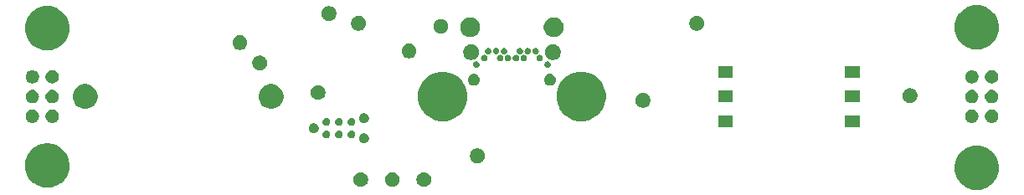
<source format=gbr>
G04 #@! TF.GenerationSoftware,KiCad,Pcbnew,(5.0.2)-1*
G04 #@! TF.CreationDate,2019-02-14T14:33:26-08:00*
G04 #@! TF.ProjectId,nixie_bottom_board,6e697869-655f-4626-9f74-746f6d5f626f,rev?*
G04 #@! TF.SameCoordinates,Original*
G04 #@! TF.FileFunction,Soldermask,Bot*
G04 #@! TF.FilePolarity,Negative*
%FSLAX46Y46*%
G04 Gerber Fmt 4.6, Leading zero omitted, Abs format (unit mm)*
G04 Created by KiCad (PCBNEW (5.0.2)-1) date 2/14/2019 2:33:26 PM*
%MOMM*%
%LPD*%
G01*
G04 APERTURE LIST*
%ADD10C,0.100000*%
G04 APERTURE END LIST*
D10*
G36*
X197366504Y-104978822D02*
X197656303Y-105036466D01*
X198065773Y-105206074D01*
X198190474Y-105289397D01*
X198433622Y-105451863D01*
X198434293Y-105452312D01*
X198747688Y-105765707D01*
X198993926Y-106134227D01*
X199163534Y-106543697D01*
X199187591Y-106664641D01*
X199250000Y-106978394D01*
X199250000Y-107421606D01*
X199232278Y-107510700D01*
X199163534Y-107856303D01*
X198993926Y-108265773D01*
X198854880Y-108473869D01*
X198747689Y-108634292D01*
X198434292Y-108947689D01*
X198365096Y-108993924D01*
X198065773Y-109193926D01*
X197656303Y-109363534D01*
X197366504Y-109421178D01*
X197221606Y-109450000D01*
X196778394Y-109450000D01*
X196633496Y-109421178D01*
X196343697Y-109363534D01*
X195934227Y-109193926D01*
X195634904Y-108993924D01*
X195565708Y-108947689D01*
X195252311Y-108634292D01*
X195145120Y-108473869D01*
X195006074Y-108265773D01*
X194836466Y-107856303D01*
X194767722Y-107510700D01*
X194750000Y-107421606D01*
X194750000Y-106978394D01*
X194812409Y-106664641D01*
X194836466Y-106543697D01*
X195006074Y-106134227D01*
X195252312Y-105765707D01*
X195565707Y-105452312D01*
X195566379Y-105451863D01*
X195809526Y-105289397D01*
X195934227Y-105206074D01*
X196343697Y-105036466D01*
X196633496Y-104978822D01*
X196778394Y-104950000D01*
X197221606Y-104950000D01*
X197366504Y-104978822D01*
X197366504Y-104978822D01*
G37*
G36*
X103366504Y-104778822D02*
X103656303Y-104836466D01*
X104065773Y-105006074D01*
X104147270Y-105060529D01*
X104434292Y-105252311D01*
X104747689Y-105565708D01*
X104752623Y-105573092D01*
X104993926Y-105934227D01*
X105163534Y-106343697D01*
X105190268Y-106478098D01*
X105250000Y-106778394D01*
X105250000Y-107221606D01*
X105232278Y-107310700D01*
X105163534Y-107656303D01*
X104993926Y-108065773D01*
X104872188Y-108247966D01*
X104747689Y-108434292D01*
X104434292Y-108747689D01*
X104322980Y-108822065D01*
X104065773Y-108993926D01*
X103656303Y-109163534D01*
X103366504Y-109221178D01*
X103221606Y-109250000D01*
X102778394Y-109250000D01*
X102633496Y-109221178D01*
X102343697Y-109163534D01*
X101934227Y-108993926D01*
X101677020Y-108822065D01*
X101565708Y-108747689D01*
X101252311Y-108434292D01*
X101127812Y-108247966D01*
X101006074Y-108065773D01*
X100836466Y-107656303D01*
X100767722Y-107310700D01*
X100750000Y-107221606D01*
X100750000Y-106778394D01*
X100809732Y-106478098D01*
X100836466Y-106343697D01*
X101006074Y-105934227D01*
X101247377Y-105573092D01*
X101252311Y-105565708D01*
X101565708Y-105252311D01*
X101852730Y-105060529D01*
X101934227Y-105006074D01*
X102343697Y-104836466D01*
X102633496Y-104778822D01*
X102778394Y-104750000D01*
X103221606Y-104750000D01*
X103366504Y-104778822D01*
X103366504Y-104778822D01*
G37*
G36*
X138118768Y-107678822D02*
X138255256Y-107735357D01*
X138378098Y-107817438D01*
X138482562Y-107921902D01*
X138564643Y-108044744D01*
X138621178Y-108181232D01*
X138650000Y-108326131D01*
X138650000Y-108473869D01*
X138621178Y-108618768D01*
X138564643Y-108755256D01*
X138482562Y-108878098D01*
X138378098Y-108982562D01*
X138255256Y-109064643D01*
X138118768Y-109121178D01*
X137973869Y-109150000D01*
X137826131Y-109150000D01*
X137681232Y-109121178D01*
X137544744Y-109064643D01*
X137421902Y-108982562D01*
X137317438Y-108878098D01*
X137235357Y-108755256D01*
X137178822Y-108618768D01*
X137150000Y-108473869D01*
X137150000Y-108326131D01*
X137178822Y-108181232D01*
X137235357Y-108044744D01*
X137317438Y-107921902D01*
X137421902Y-107817438D01*
X137544744Y-107735357D01*
X137681232Y-107678822D01*
X137826131Y-107650000D01*
X137973869Y-107650000D01*
X138118768Y-107678822D01*
X138118768Y-107678822D01*
G37*
G36*
X134918768Y-107678822D02*
X135055256Y-107735357D01*
X135178098Y-107817438D01*
X135282562Y-107921902D01*
X135364643Y-108044744D01*
X135421178Y-108181232D01*
X135450000Y-108326131D01*
X135450000Y-108473869D01*
X135421178Y-108618768D01*
X135364643Y-108755256D01*
X135282562Y-108878098D01*
X135178098Y-108982562D01*
X135055256Y-109064643D01*
X134918768Y-109121178D01*
X134773869Y-109150000D01*
X134626131Y-109150000D01*
X134481232Y-109121178D01*
X134344744Y-109064643D01*
X134221902Y-108982562D01*
X134117438Y-108878098D01*
X134035357Y-108755256D01*
X133978822Y-108618768D01*
X133950000Y-108473869D01*
X133950000Y-108326131D01*
X133978822Y-108181232D01*
X134035357Y-108044744D01*
X134117438Y-107921902D01*
X134221902Y-107817438D01*
X134344744Y-107735357D01*
X134481232Y-107678822D01*
X134626131Y-107650000D01*
X134773869Y-107650000D01*
X134918768Y-107678822D01*
X134918768Y-107678822D01*
G37*
G36*
X141318768Y-107678822D02*
X141455256Y-107735357D01*
X141578098Y-107817438D01*
X141682562Y-107921902D01*
X141764643Y-108044744D01*
X141821178Y-108181232D01*
X141850000Y-108326131D01*
X141850000Y-108473869D01*
X141821178Y-108618768D01*
X141764643Y-108755256D01*
X141682562Y-108878098D01*
X141578098Y-108982562D01*
X141455256Y-109064643D01*
X141318768Y-109121178D01*
X141173869Y-109150000D01*
X141026131Y-109150000D01*
X140881232Y-109121178D01*
X140744744Y-109064643D01*
X140621902Y-108982562D01*
X140517438Y-108878098D01*
X140435357Y-108755256D01*
X140378822Y-108618768D01*
X140350000Y-108473869D01*
X140350000Y-108326131D01*
X140378822Y-108181232D01*
X140435357Y-108044744D01*
X140517438Y-107921902D01*
X140621902Y-107817438D01*
X140744744Y-107735357D01*
X140881232Y-107678822D01*
X141026131Y-107650000D01*
X141173869Y-107650000D01*
X141318768Y-107678822D01*
X141318768Y-107678822D01*
G37*
G36*
X146718768Y-105278822D02*
X146855256Y-105335357D01*
X146978098Y-105417438D01*
X147082562Y-105521902D01*
X147164643Y-105644744D01*
X147221178Y-105781232D01*
X147250000Y-105926131D01*
X147250000Y-106073869D01*
X147221178Y-106218768D01*
X147164643Y-106355256D01*
X147109922Y-106437151D01*
X147082563Y-106478097D01*
X146978097Y-106582563D01*
X146937151Y-106609922D01*
X146855256Y-106664643D01*
X146718768Y-106721178D01*
X146573869Y-106750000D01*
X146426131Y-106750000D01*
X146281232Y-106721178D01*
X146144744Y-106664643D01*
X146062849Y-106609922D01*
X146021903Y-106582563D01*
X145917437Y-106478097D01*
X145890078Y-106437151D01*
X145835357Y-106355256D01*
X145778822Y-106218768D01*
X145750000Y-106073869D01*
X145750000Y-105926131D01*
X145778822Y-105781232D01*
X145835357Y-105644744D01*
X145917438Y-105521902D01*
X146021902Y-105417438D01*
X146144744Y-105335357D01*
X146281232Y-105278822D01*
X146426131Y-105250000D01*
X146573869Y-105250000D01*
X146718768Y-105278822D01*
X146718768Y-105278822D01*
G37*
G36*
X135184474Y-103739734D02*
X135274613Y-103777070D01*
X135355736Y-103831275D01*
X135424725Y-103900264D01*
X135478930Y-103981387D01*
X135516266Y-104071526D01*
X135535300Y-104167217D01*
X135535300Y-104264783D01*
X135516266Y-104360474D01*
X135478930Y-104450613D01*
X135424725Y-104531736D01*
X135355736Y-104600725D01*
X135274613Y-104654930D01*
X135184474Y-104692266D01*
X135088783Y-104711300D01*
X134991217Y-104711300D01*
X134895526Y-104692266D01*
X134805387Y-104654930D01*
X134724264Y-104600725D01*
X134655275Y-104531736D01*
X134601070Y-104450613D01*
X134563734Y-104360474D01*
X134544700Y-104264783D01*
X134544700Y-104167217D01*
X134563734Y-104071526D01*
X134601070Y-103981387D01*
X134655275Y-103900264D01*
X134724264Y-103831275D01*
X134805387Y-103777070D01*
X134895526Y-103739734D01*
X134991217Y-103720700D01*
X135088783Y-103720700D01*
X135184474Y-103739734D01*
X135184474Y-103739734D01*
G37*
G36*
X131294130Y-103446343D02*
X131344840Y-103456430D01*
X131416485Y-103486106D01*
X131459475Y-103514831D01*
X131480969Y-103529193D01*
X131535807Y-103584031D01*
X131550169Y-103605525D01*
X131578894Y-103648515D01*
X131608570Y-103720160D01*
X131623700Y-103796225D01*
X131623700Y-103873775D01*
X131608570Y-103949840D01*
X131578894Y-104021485D01*
X131535806Y-104085970D01*
X131480970Y-104140806D01*
X131416485Y-104183894D01*
X131344840Y-104213570D01*
X131294130Y-104223657D01*
X131268776Y-104228700D01*
X131191224Y-104228700D01*
X131165870Y-104223657D01*
X131115160Y-104213570D01*
X131043515Y-104183894D01*
X130979030Y-104140806D01*
X130924194Y-104085970D01*
X130881106Y-104021485D01*
X130851430Y-103949840D01*
X130836300Y-103873775D01*
X130836300Y-103796225D01*
X130851430Y-103720160D01*
X130881106Y-103648515D01*
X130909831Y-103605525D01*
X130924193Y-103584031D01*
X130979031Y-103529193D01*
X131000525Y-103514831D01*
X131043515Y-103486106D01*
X131115160Y-103456430D01*
X131165870Y-103446343D01*
X131191224Y-103441300D01*
X131268776Y-103441300D01*
X131294130Y-103446343D01*
X131294130Y-103446343D01*
G37*
G36*
X132564130Y-103446343D02*
X132614840Y-103456430D01*
X132686485Y-103486106D01*
X132729475Y-103514831D01*
X132750969Y-103529193D01*
X132805807Y-103584031D01*
X132820169Y-103605525D01*
X132848894Y-103648515D01*
X132878570Y-103720160D01*
X132893700Y-103796225D01*
X132893700Y-103873775D01*
X132878570Y-103949840D01*
X132848894Y-104021485D01*
X132805806Y-104085970D01*
X132750970Y-104140806D01*
X132686485Y-104183894D01*
X132614840Y-104213570D01*
X132564130Y-104223657D01*
X132538776Y-104228700D01*
X132461224Y-104228700D01*
X132435870Y-104223657D01*
X132385160Y-104213570D01*
X132313515Y-104183894D01*
X132249030Y-104140806D01*
X132194194Y-104085970D01*
X132151106Y-104021485D01*
X132121430Y-103949840D01*
X132106300Y-103873775D01*
X132106300Y-103796225D01*
X132121430Y-103720160D01*
X132151106Y-103648515D01*
X132179831Y-103605525D01*
X132194193Y-103584031D01*
X132249031Y-103529193D01*
X132270525Y-103514831D01*
X132313515Y-103486106D01*
X132385160Y-103456430D01*
X132435870Y-103446343D01*
X132461224Y-103441300D01*
X132538776Y-103441300D01*
X132564130Y-103446343D01*
X132564130Y-103446343D01*
G37*
G36*
X133834130Y-103446343D02*
X133884840Y-103456430D01*
X133956485Y-103486106D01*
X133999475Y-103514831D01*
X134020969Y-103529193D01*
X134075807Y-103584031D01*
X134090169Y-103605525D01*
X134118894Y-103648515D01*
X134148570Y-103720160D01*
X134163700Y-103796225D01*
X134163700Y-103873775D01*
X134148570Y-103949840D01*
X134118894Y-104021485D01*
X134075806Y-104085970D01*
X134020970Y-104140806D01*
X133956485Y-104183894D01*
X133884840Y-104213570D01*
X133834130Y-104223657D01*
X133808776Y-104228700D01*
X133731224Y-104228700D01*
X133705870Y-104223657D01*
X133655160Y-104213570D01*
X133583515Y-104183894D01*
X133519030Y-104140806D01*
X133464194Y-104085970D01*
X133421106Y-104021485D01*
X133391430Y-103949840D01*
X133376300Y-103873775D01*
X133376300Y-103796225D01*
X133391430Y-103720160D01*
X133421106Y-103648515D01*
X133449831Y-103605525D01*
X133464193Y-103584031D01*
X133519031Y-103529193D01*
X133540525Y-103514831D01*
X133583515Y-103486106D01*
X133655160Y-103456430D01*
X133705870Y-103446343D01*
X133731224Y-103441300D01*
X133808776Y-103441300D01*
X133834130Y-103446343D01*
X133834130Y-103446343D01*
G37*
G36*
X130104474Y-102723734D02*
X130194613Y-102761070D01*
X130275736Y-102815275D01*
X130344725Y-102884264D01*
X130398930Y-102965387D01*
X130436266Y-103055526D01*
X130455300Y-103151217D01*
X130455300Y-103248783D01*
X130436266Y-103344474D01*
X130398930Y-103434613D01*
X130344725Y-103515736D01*
X130275736Y-103584725D01*
X130194613Y-103638930D01*
X130104474Y-103676266D01*
X130008783Y-103695300D01*
X129911217Y-103695300D01*
X129815526Y-103676266D01*
X129725387Y-103638930D01*
X129644264Y-103584725D01*
X129575275Y-103515736D01*
X129521070Y-103434613D01*
X129483734Y-103344474D01*
X129464700Y-103248783D01*
X129464700Y-103151217D01*
X129483734Y-103055526D01*
X129521070Y-102965387D01*
X129575275Y-102884264D01*
X129644264Y-102815275D01*
X129725387Y-102761070D01*
X129815526Y-102723734D01*
X129911217Y-102704700D01*
X130008783Y-102704700D01*
X130104474Y-102723734D01*
X130104474Y-102723734D01*
G37*
G36*
X185150000Y-103085000D02*
X183650000Y-103085000D01*
X183650000Y-101915000D01*
X185150000Y-101915000D01*
X185150000Y-103085000D01*
X185150000Y-103085000D01*
G37*
G36*
X172350000Y-103085000D02*
X170850000Y-103085000D01*
X170850000Y-101915000D01*
X172350000Y-101915000D01*
X172350000Y-103085000D01*
X172350000Y-103085000D01*
G37*
G36*
X133834130Y-102176343D02*
X133884840Y-102186430D01*
X133956485Y-102216106D01*
X134020970Y-102259194D01*
X134075806Y-102314030D01*
X134118894Y-102378515D01*
X134148570Y-102450160D01*
X134163700Y-102526225D01*
X134163700Y-102603775D01*
X134148570Y-102679840D01*
X134118894Y-102751485D01*
X134112489Y-102761070D01*
X134076271Y-102815275D01*
X134075806Y-102815970D01*
X134020970Y-102870806D01*
X133956485Y-102913894D01*
X133884840Y-102943570D01*
X133834130Y-102953657D01*
X133808776Y-102958700D01*
X133731224Y-102958700D01*
X133705870Y-102953657D01*
X133655160Y-102943570D01*
X133583515Y-102913894D01*
X133519030Y-102870806D01*
X133464194Y-102815970D01*
X133463730Y-102815275D01*
X133427511Y-102761070D01*
X133421106Y-102751485D01*
X133391430Y-102679840D01*
X133376300Y-102603775D01*
X133376300Y-102526225D01*
X133391430Y-102450160D01*
X133421106Y-102378515D01*
X133464194Y-102314030D01*
X133519030Y-102259194D01*
X133583515Y-102216106D01*
X133655160Y-102186430D01*
X133705870Y-102176343D01*
X133731224Y-102171300D01*
X133808776Y-102171300D01*
X133834130Y-102176343D01*
X133834130Y-102176343D01*
G37*
G36*
X132564130Y-102176343D02*
X132614840Y-102186430D01*
X132686485Y-102216106D01*
X132750970Y-102259194D01*
X132805806Y-102314030D01*
X132848894Y-102378515D01*
X132878570Y-102450160D01*
X132893700Y-102526225D01*
X132893700Y-102603775D01*
X132878570Y-102679840D01*
X132848894Y-102751485D01*
X132842489Y-102761070D01*
X132806271Y-102815275D01*
X132805806Y-102815970D01*
X132750970Y-102870806D01*
X132686485Y-102913894D01*
X132614840Y-102943570D01*
X132564130Y-102953657D01*
X132538776Y-102958700D01*
X132461224Y-102958700D01*
X132435870Y-102953657D01*
X132385160Y-102943570D01*
X132313515Y-102913894D01*
X132249030Y-102870806D01*
X132194194Y-102815970D01*
X132193730Y-102815275D01*
X132157511Y-102761070D01*
X132151106Y-102751485D01*
X132121430Y-102679840D01*
X132106300Y-102603775D01*
X132106300Y-102526225D01*
X132121430Y-102450160D01*
X132151106Y-102378515D01*
X132194194Y-102314030D01*
X132249030Y-102259194D01*
X132313515Y-102216106D01*
X132385160Y-102186430D01*
X132435870Y-102176343D01*
X132461224Y-102171300D01*
X132538776Y-102171300D01*
X132564130Y-102176343D01*
X132564130Y-102176343D01*
G37*
G36*
X131294130Y-102176343D02*
X131344840Y-102186430D01*
X131416485Y-102216106D01*
X131480970Y-102259194D01*
X131535806Y-102314030D01*
X131578894Y-102378515D01*
X131608570Y-102450160D01*
X131623700Y-102526225D01*
X131623700Y-102603775D01*
X131608570Y-102679840D01*
X131578894Y-102751485D01*
X131572489Y-102761070D01*
X131536271Y-102815275D01*
X131535806Y-102815970D01*
X131480970Y-102870806D01*
X131416485Y-102913894D01*
X131344840Y-102943570D01*
X131294130Y-102953657D01*
X131268776Y-102958700D01*
X131191224Y-102958700D01*
X131165870Y-102953657D01*
X131115160Y-102943570D01*
X131043515Y-102913894D01*
X130979030Y-102870806D01*
X130924194Y-102815970D01*
X130923730Y-102815275D01*
X130887511Y-102761070D01*
X130881106Y-102751485D01*
X130851430Y-102679840D01*
X130836300Y-102603775D01*
X130836300Y-102526225D01*
X130851430Y-102450160D01*
X130881106Y-102378515D01*
X130924194Y-102314030D01*
X130979030Y-102259194D01*
X131043515Y-102216106D01*
X131115160Y-102186430D01*
X131165870Y-102176343D01*
X131191224Y-102171300D01*
X131268776Y-102171300D01*
X131294130Y-102176343D01*
X131294130Y-102176343D01*
G37*
G36*
X135184474Y-101707734D02*
X135274613Y-101745070D01*
X135355736Y-101799275D01*
X135424725Y-101868264D01*
X135478930Y-101949387D01*
X135516266Y-102039526D01*
X135535300Y-102135217D01*
X135535300Y-102232783D01*
X135516266Y-102328474D01*
X135478930Y-102418613D01*
X135424725Y-102499736D01*
X135355736Y-102568725D01*
X135274613Y-102622930D01*
X135184474Y-102660266D01*
X135088783Y-102679300D01*
X134991217Y-102679300D01*
X134895526Y-102660266D01*
X134805387Y-102622930D01*
X134724264Y-102568725D01*
X134655275Y-102499736D01*
X134601070Y-102418613D01*
X134563734Y-102328474D01*
X134544700Y-102232783D01*
X134544700Y-102135217D01*
X134563734Y-102039526D01*
X134601070Y-101949387D01*
X134655275Y-101868264D01*
X134724264Y-101799275D01*
X134805387Y-101745070D01*
X134895526Y-101707734D01*
X134991217Y-101688700D01*
X135088783Y-101688700D01*
X135184474Y-101707734D01*
X135184474Y-101707734D01*
G37*
G36*
X101632323Y-101334767D02*
X101759561Y-101373364D01*
X101876824Y-101436042D01*
X101979606Y-101520394D01*
X102063958Y-101623176D01*
X102126636Y-101740439D01*
X102165233Y-101867677D01*
X102178266Y-102000000D01*
X102165233Y-102132323D01*
X102126636Y-102259561D01*
X102063958Y-102376824D01*
X101979606Y-102479606D01*
X101876824Y-102563958D01*
X101759561Y-102626636D01*
X101632323Y-102665233D01*
X101533159Y-102675000D01*
X101466841Y-102675000D01*
X101367677Y-102665233D01*
X101240439Y-102626636D01*
X101123176Y-102563958D01*
X101020394Y-102479606D01*
X100936042Y-102376824D01*
X100873364Y-102259561D01*
X100834767Y-102132323D01*
X100821734Y-102000000D01*
X100834767Y-101867677D01*
X100873364Y-101740439D01*
X100936042Y-101623176D01*
X101020394Y-101520394D01*
X101123176Y-101436042D01*
X101240439Y-101373364D01*
X101367677Y-101334767D01*
X101466841Y-101325000D01*
X101533159Y-101325000D01*
X101632323Y-101334767D01*
X101632323Y-101334767D01*
G37*
G36*
X198632323Y-101334767D02*
X198759561Y-101373364D01*
X198876824Y-101436042D01*
X198979606Y-101520394D01*
X199063958Y-101623176D01*
X199126636Y-101740439D01*
X199165233Y-101867677D01*
X199178266Y-102000000D01*
X199165233Y-102132323D01*
X199126636Y-102259561D01*
X199063958Y-102376824D01*
X198979606Y-102479606D01*
X198876824Y-102563958D01*
X198759561Y-102626636D01*
X198632323Y-102665233D01*
X198533159Y-102675000D01*
X198466841Y-102675000D01*
X198367677Y-102665233D01*
X198240439Y-102626636D01*
X198123176Y-102563958D01*
X198020394Y-102479606D01*
X197936042Y-102376824D01*
X197873364Y-102259561D01*
X197834767Y-102132323D01*
X197821734Y-102000000D01*
X197834767Y-101867677D01*
X197873364Y-101740439D01*
X197936042Y-101623176D01*
X198020394Y-101520394D01*
X198123176Y-101436042D01*
X198240439Y-101373364D01*
X198367677Y-101334767D01*
X198466841Y-101325000D01*
X198533159Y-101325000D01*
X198632323Y-101334767D01*
X198632323Y-101334767D01*
G37*
G36*
X196632323Y-101334767D02*
X196759561Y-101373364D01*
X196876824Y-101436042D01*
X196979606Y-101520394D01*
X197063958Y-101623176D01*
X197126636Y-101740439D01*
X197165233Y-101867677D01*
X197178266Y-102000000D01*
X197165233Y-102132323D01*
X197126636Y-102259561D01*
X197063958Y-102376824D01*
X196979606Y-102479606D01*
X196876824Y-102563958D01*
X196759561Y-102626636D01*
X196632323Y-102665233D01*
X196533159Y-102675000D01*
X196466841Y-102675000D01*
X196367677Y-102665233D01*
X196240439Y-102626636D01*
X196123176Y-102563958D01*
X196020394Y-102479606D01*
X195936042Y-102376824D01*
X195873364Y-102259561D01*
X195834767Y-102132323D01*
X195821734Y-102000000D01*
X195834767Y-101867677D01*
X195873364Y-101740439D01*
X195936042Y-101623176D01*
X196020394Y-101520394D01*
X196123176Y-101436042D01*
X196240439Y-101373364D01*
X196367677Y-101334767D01*
X196466841Y-101325000D01*
X196533159Y-101325000D01*
X196632323Y-101334767D01*
X196632323Y-101334767D01*
G37*
G36*
X103632323Y-101334767D02*
X103759561Y-101373364D01*
X103876824Y-101436042D01*
X103979606Y-101520394D01*
X104063958Y-101623176D01*
X104126636Y-101740439D01*
X104165233Y-101867677D01*
X104178266Y-102000000D01*
X104165233Y-102132323D01*
X104126636Y-102259561D01*
X104063958Y-102376824D01*
X103979606Y-102479606D01*
X103876824Y-102563958D01*
X103759561Y-102626636D01*
X103632323Y-102665233D01*
X103533159Y-102675000D01*
X103466841Y-102675000D01*
X103367677Y-102665233D01*
X103240439Y-102626636D01*
X103123176Y-102563958D01*
X103020394Y-102479606D01*
X102936042Y-102376824D01*
X102873364Y-102259561D01*
X102834767Y-102132323D01*
X102821734Y-102000000D01*
X102834767Y-101867677D01*
X102873364Y-101740439D01*
X102936042Y-101623176D01*
X103020394Y-101520394D01*
X103123176Y-101436042D01*
X103240439Y-101373364D01*
X103367677Y-101334767D01*
X103466841Y-101325000D01*
X103533159Y-101325000D01*
X103632323Y-101334767D01*
X103632323Y-101334767D01*
G37*
G36*
X143729225Y-97596074D02*
X144184192Y-97784528D01*
X144184194Y-97784529D01*
X144308638Y-97867680D01*
X144593658Y-98058124D01*
X144941876Y-98406342D01*
X145094512Y-98634778D01*
X145198797Y-98790851D01*
X145215472Y-98815808D01*
X145403926Y-99270775D01*
X145500000Y-99753772D01*
X145500000Y-100246228D01*
X145403926Y-100729225D01*
X145241573Y-101121178D01*
X145215471Y-101184194D01*
X145171501Y-101250000D01*
X144941876Y-101593658D01*
X144593658Y-101941876D01*
X144447514Y-102039526D01*
X144184194Y-102215471D01*
X144184193Y-102215472D01*
X144184192Y-102215472D01*
X143729225Y-102403926D01*
X143246228Y-102500000D01*
X142753772Y-102500000D01*
X142270775Y-102403926D01*
X141815808Y-102215472D01*
X141815807Y-102215472D01*
X141815806Y-102215471D01*
X141552486Y-102039526D01*
X141406342Y-101941876D01*
X141058124Y-101593658D01*
X140828499Y-101250000D01*
X140784529Y-101184194D01*
X140758427Y-101121178D01*
X140596074Y-100729225D01*
X140500000Y-100246228D01*
X140500000Y-99753772D01*
X140596074Y-99270775D01*
X140784528Y-98815808D01*
X140801204Y-98790851D01*
X140905488Y-98634778D01*
X141058124Y-98406342D01*
X141406342Y-98058124D01*
X141691362Y-97867680D01*
X141815806Y-97784529D01*
X141815808Y-97784528D01*
X142270775Y-97596074D01*
X142753772Y-97500000D01*
X143246228Y-97500000D01*
X143729225Y-97596074D01*
X143729225Y-97596074D01*
G37*
G36*
X157729225Y-97596074D02*
X158184192Y-97784528D01*
X158184194Y-97784529D01*
X158308638Y-97867680D01*
X158593658Y-98058124D01*
X158941876Y-98406342D01*
X159094512Y-98634778D01*
X159198797Y-98790851D01*
X159215472Y-98815808D01*
X159403926Y-99270775D01*
X159500000Y-99753772D01*
X159500000Y-100246228D01*
X159403926Y-100729225D01*
X159241573Y-101121178D01*
X159215471Y-101184194D01*
X159171501Y-101250000D01*
X158941876Y-101593658D01*
X158593658Y-101941876D01*
X158447514Y-102039526D01*
X158184194Y-102215471D01*
X158184193Y-102215472D01*
X158184192Y-102215472D01*
X157729225Y-102403926D01*
X157246228Y-102500000D01*
X156753772Y-102500000D01*
X156270775Y-102403926D01*
X155815808Y-102215472D01*
X155815807Y-102215472D01*
X155815806Y-102215471D01*
X155552486Y-102039526D01*
X155406342Y-101941876D01*
X155058124Y-101593658D01*
X154828499Y-101250000D01*
X154784529Y-101184194D01*
X154758427Y-101121178D01*
X154596074Y-100729225D01*
X154500000Y-100246228D01*
X154500000Y-99753772D01*
X154596074Y-99270775D01*
X154784528Y-98815808D01*
X154801204Y-98790851D01*
X154905488Y-98634778D01*
X155058124Y-98406342D01*
X155406342Y-98058124D01*
X155691362Y-97867680D01*
X155815806Y-97784529D01*
X155815808Y-97784528D01*
X156270775Y-97596074D01*
X156753772Y-97500000D01*
X157246228Y-97500000D01*
X157729225Y-97596074D01*
X157729225Y-97596074D01*
G37*
G36*
X126014613Y-98798037D02*
X126242095Y-98892263D01*
X126446830Y-99029063D01*
X126620937Y-99203170D01*
X126757737Y-99407905D01*
X126851963Y-99635387D01*
X126900000Y-99876886D01*
X126900000Y-100123114D01*
X126851963Y-100364613D01*
X126757737Y-100592095D01*
X126620937Y-100796830D01*
X126446830Y-100970937D01*
X126242095Y-101107737D01*
X126014613Y-101201963D01*
X125773114Y-101250000D01*
X125526886Y-101250000D01*
X125285387Y-101201963D01*
X125057905Y-101107737D01*
X124853170Y-100970937D01*
X124679063Y-100796830D01*
X124542263Y-100592095D01*
X124448037Y-100364613D01*
X124400000Y-100123114D01*
X124400000Y-99876886D01*
X124448037Y-99635387D01*
X124542263Y-99407905D01*
X124679063Y-99203170D01*
X124853170Y-99029063D01*
X125057905Y-98892263D01*
X125285387Y-98798037D01*
X125526886Y-98750000D01*
X125773114Y-98750000D01*
X126014613Y-98798037D01*
X126014613Y-98798037D01*
G37*
G36*
X107214613Y-98798037D02*
X107442095Y-98892263D01*
X107646830Y-99029063D01*
X107820937Y-99203170D01*
X107957737Y-99407905D01*
X108051963Y-99635387D01*
X108100000Y-99876886D01*
X108100000Y-100123114D01*
X108051963Y-100364613D01*
X107957737Y-100592095D01*
X107820937Y-100796830D01*
X107646830Y-100970937D01*
X107442095Y-101107737D01*
X107214613Y-101201963D01*
X106973114Y-101250000D01*
X106726886Y-101250000D01*
X106485387Y-101201963D01*
X106257905Y-101107737D01*
X106053170Y-100970937D01*
X105879063Y-100796830D01*
X105742263Y-100592095D01*
X105648037Y-100364613D01*
X105600000Y-100123114D01*
X105600000Y-99876886D01*
X105648037Y-99635387D01*
X105742263Y-99407905D01*
X105879063Y-99203170D01*
X106053170Y-99029063D01*
X106257905Y-98892263D01*
X106485387Y-98798037D01*
X106726886Y-98750000D01*
X106973114Y-98750000D01*
X107214613Y-98798037D01*
X107214613Y-98798037D01*
G37*
G36*
X163468768Y-99678822D02*
X163605256Y-99735357D01*
X163728098Y-99817438D01*
X163832562Y-99921902D01*
X163914643Y-100044744D01*
X163971178Y-100181232D01*
X164000000Y-100326131D01*
X164000000Y-100473869D01*
X163971178Y-100618768D01*
X163914643Y-100755256D01*
X163832562Y-100878098D01*
X163728098Y-100982562D01*
X163605256Y-101064643D01*
X163468768Y-101121178D01*
X163323869Y-101150000D01*
X163176131Y-101150000D01*
X163031232Y-101121178D01*
X162894744Y-101064643D01*
X162771902Y-100982562D01*
X162667438Y-100878098D01*
X162585357Y-100755256D01*
X162528822Y-100618768D01*
X162500000Y-100473869D01*
X162500000Y-100326131D01*
X162528822Y-100181232D01*
X162585357Y-100044744D01*
X162667438Y-99921902D01*
X162771902Y-99817438D01*
X162894744Y-99735357D01*
X163031232Y-99678822D01*
X163176131Y-99650000D01*
X163323869Y-99650000D01*
X163468768Y-99678822D01*
X163468768Y-99678822D01*
G37*
G36*
X103632323Y-99334767D02*
X103759561Y-99373364D01*
X103876824Y-99436042D01*
X103979606Y-99520394D01*
X104063958Y-99623176D01*
X104126636Y-99740439D01*
X104165233Y-99867677D01*
X104178266Y-100000000D01*
X104165233Y-100132323D01*
X104126636Y-100259561D01*
X104063958Y-100376824D01*
X103979606Y-100479606D01*
X103876824Y-100563958D01*
X103759561Y-100626636D01*
X103632323Y-100665233D01*
X103533159Y-100675000D01*
X103466841Y-100675000D01*
X103367677Y-100665233D01*
X103240439Y-100626636D01*
X103123176Y-100563958D01*
X103020394Y-100479606D01*
X102936042Y-100376824D01*
X102873364Y-100259561D01*
X102834767Y-100132323D01*
X102821734Y-100000000D01*
X102834767Y-99867677D01*
X102873364Y-99740439D01*
X102936042Y-99623176D01*
X103020394Y-99520394D01*
X103123176Y-99436042D01*
X103240439Y-99373364D01*
X103367677Y-99334767D01*
X103466841Y-99325000D01*
X103533159Y-99325000D01*
X103632323Y-99334767D01*
X103632323Y-99334767D01*
G37*
G36*
X196632323Y-99334767D02*
X196759561Y-99373364D01*
X196876824Y-99436042D01*
X196979606Y-99520394D01*
X197063958Y-99623176D01*
X197126636Y-99740439D01*
X197165233Y-99867677D01*
X197178266Y-100000000D01*
X197165233Y-100132323D01*
X197126636Y-100259561D01*
X197063958Y-100376824D01*
X196979606Y-100479606D01*
X196876824Y-100563958D01*
X196759561Y-100626636D01*
X196632323Y-100665233D01*
X196533159Y-100675000D01*
X196466841Y-100675000D01*
X196367677Y-100665233D01*
X196240439Y-100626636D01*
X196123176Y-100563958D01*
X196020394Y-100479606D01*
X195936042Y-100376824D01*
X195873364Y-100259561D01*
X195834767Y-100132323D01*
X195821734Y-100000000D01*
X195834767Y-99867677D01*
X195873364Y-99740439D01*
X195936042Y-99623176D01*
X196020394Y-99520394D01*
X196123176Y-99436042D01*
X196240439Y-99373364D01*
X196367677Y-99334767D01*
X196466841Y-99325000D01*
X196533159Y-99325000D01*
X196632323Y-99334767D01*
X196632323Y-99334767D01*
G37*
G36*
X198632323Y-99334767D02*
X198759561Y-99373364D01*
X198876824Y-99436042D01*
X198979606Y-99520394D01*
X199063958Y-99623176D01*
X199126636Y-99740439D01*
X199165233Y-99867677D01*
X199178266Y-100000000D01*
X199165233Y-100132323D01*
X199126636Y-100259561D01*
X199063958Y-100376824D01*
X198979606Y-100479606D01*
X198876824Y-100563958D01*
X198759561Y-100626636D01*
X198632323Y-100665233D01*
X198533159Y-100675000D01*
X198466841Y-100675000D01*
X198367677Y-100665233D01*
X198240439Y-100626636D01*
X198123176Y-100563958D01*
X198020394Y-100479606D01*
X197936042Y-100376824D01*
X197873364Y-100259561D01*
X197834767Y-100132323D01*
X197821734Y-100000000D01*
X197834767Y-99867677D01*
X197873364Y-99740439D01*
X197936042Y-99623176D01*
X198020394Y-99520394D01*
X198123176Y-99436042D01*
X198240439Y-99373364D01*
X198367677Y-99334767D01*
X198466841Y-99325000D01*
X198533159Y-99325000D01*
X198632323Y-99334767D01*
X198632323Y-99334767D01*
G37*
G36*
X101632323Y-99334767D02*
X101759561Y-99373364D01*
X101876824Y-99436042D01*
X101979606Y-99520394D01*
X102063958Y-99623176D01*
X102126636Y-99740439D01*
X102165233Y-99867677D01*
X102178266Y-100000000D01*
X102165233Y-100132323D01*
X102126636Y-100259561D01*
X102063958Y-100376824D01*
X101979606Y-100479606D01*
X101876824Y-100563958D01*
X101759561Y-100626636D01*
X101632323Y-100665233D01*
X101533159Y-100675000D01*
X101466841Y-100675000D01*
X101367677Y-100665233D01*
X101240439Y-100626636D01*
X101123176Y-100563958D01*
X101020394Y-100479606D01*
X100936042Y-100376824D01*
X100873364Y-100259561D01*
X100834767Y-100132323D01*
X100821734Y-100000000D01*
X100834767Y-99867677D01*
X100873364Y-99740439D01*
X100936042Y-99623176D01*
X101020394Y-99520394D01*
X101123176Y-99436042D01*
X101240439Y-99373364D01*
X101367677Y-99334767D01*
X101466841Y-99325000D01*
X101533159Y-99325000D01*
X101632323Y-99334767D01*
X101632323Y-99334767D01*
G37*
G36*
X190468768Y-99178822D02*
X190605256Y-99235357D01*
X190658262Y-99270775D01*
X190728097Y-99317437D01*
X190832563Y-99421903D01*
X190859922Y-99462849D01*
X190914643Y-99544744D01*
X190971178Y-99681232D01*
X191000000Y-99826131D01*
X191000000Y-99973869D01*
X190971178Y-100118768D01*
X190914643Y-100255256D01*
X190877596Y-100310700D01*
X190833414Y-100376824D01*
X190832562Y-100378098D01*
X190728098Y-100482562D01*
X190605256Y-100564643D01*
X190468768Y-100621178D01*
X190323869Y-100650000D01*
X190176131Y-100650000D01*
X190031232Y-100621178D01*
X189894744Y-100564643D01*
X189771902Y-100482562D01*
X189667438Y-100378098D01*
X189666587Y-100376824D01*
X189622404Y-100310700D01*
X189585357Y-100255256D01*
X189528822Y-100118768D01*
X189500000Y-99973869D01*
X189500000Y-99826131D01*
X189528822Y-99681232D01*
X189585357Y-99544744D01*
X189640078Y-99462849D01*
X189667437Y-99421903D01*
X189771903Y-99317437D01*
X189841738Y-99270775D01*
X189894744Y-99235357D01*
X190031232Y-99178822D01*
X190176131Y-99150000D01*
X190323869Y-99150000D01*
X190468768Y-99178822D01*
X190468768Y-99178822D01*
G37*
G36*
X185150000Y-100585000D02*
X183650000Y-100585000D01*
X183650000Y-99415000D01*
X185150000Y-99415000D01*
X185150000Y-100585000D01*
X185150000Y-100585000D01*
G37*
G36*
X172350000Y-100585000D02*
X170850000Y-100585000D01*
X170850000Y-99415000D01*
X172350000Y-99415000D01*
X172350000Y-100585000D01*
X172350000Y-100585000D01*
G37*
G36*
X130618768Y-98878822D02*
X130755256Y-98935357D01*
X130878098Y-99017438D01*
X130982562Y-99121902D01*
X131064643Y-99244744D01*
X131121178Y-99381232D01*
X131150000Y-99526131D01*
X131150000Y-99673869D01*
X131121178Y-99818768D01*
X131064643Y-99955256D01*
X130982562Y-100078098D01*
X130878098Y-100182562D01*
X130755256Y-100264643D01*
X130618768Y-100321178D01*
X130473869Y-100350000D01*
X130326131Y-100350000D01*
X130181232Y-100321178D01*
X130044744Y-100264643D01*
X129921902Y-100182562D01*
X129817438Y-100078098D01*
X129735357Y-99955256D01*
X129678822Y-99818768D01*
X129650000Y-99673869D01*
X129650000Y-99526131D01*
X129678822Y-99381232D01*
X129735357Y-99244744D01*
X129817438Y-99121902D01*
X129921902Y-99017438D01*
X130044744Y-98935357D01*
X130181232Y-98878822D01*
X130326131Y-98850000D01*
X130473869Y-98850000D01*
X130618768Y-98878822D01*
X130618768Y-98878822D01*
G37*
G36*
X153962054Y-97721529D02*
X154020015Y-97733058D01*
X154129204Y-97778285D01*
X154129207Y-97778287D01*
X154227478Y-97843950D01*
X154311050Y-97927522D01*
X154376713Y-98025793D01*
X154376715Y-98025796D01*
X154420838Y-98132320D01*
X154421942Y-98134986D01*
X154445000Y-98250905D01*
X154445000Y-98369095D01*
X154443462Y-98376825D01*
X154421942Y-98485015D01*
X154376715Y-98594204D01*
X154376713Y-98594207D01*
X154311050Y-98692478D01*
X154227478Y-98776050D01*
X154194572Y-98798037D01*
X154129204Y-98841715D01*
X154020015Y-98886942D01*
X153993264Y-98892263D01*
X153904095Y-98910000D01*
X153785905Y-98910000D01*
X153696736Y-98892263D01*
X153669985Y-98886942D01*
X153560796Y-98841715D01*
X153495428Y-98798037D01*
X153462522Y-98776050D01*
X153378950Y-98692478D01*
X153313287Y-98594207D01*
X153313285Y-98594204D01*
X153268058Y-98485015D01*
X153246538Y-98376825D01*
X153245000Y-98369095D01*
X153245000Y-98250905D01*
X153268058Y-98134986D01*
X153269162Y-98132320D01*
X153313285Y-98025796D01*
X153313287Y-98025793D01*
X153378950Y-97927522D01*
X153462522Y-97843950D01*
X153560793Y-97778287D01*
X153560796Y-97778285D01*
X153669985Y-97733058D01*
X153727946Y-97721529D01*
X153785905Y-97710000D01*
X153904095Y-97710000D01*
X153962054Y-97721529D01*
X153962054Y-97721529D01*
G37*
G36*
X146272054Y-97721529D02*
X146330015Y-97733058D01*
X146439204Y-97778285D01*
X146439207Y-97778287D01*
X146537478Y-97843950D01*
X146621050Y-97927522D01*
X146686713Y-98025793D01*
X146686715Y-98025796D01*
X146730838Y-98132320D01*
X146731942Y-98134986D01*
X146755000Y-98250905D01*
X146755000Y-98369095D01*
X146753462Y-98376825D01*
X146731942Y-98485015D01*
X146686715Y-98594204D01*
X146686713Y-98594207D01*
X146621050Y-98692478D01*
X146537478Y-98776050D01*
X146504572Y-98798037D01*
X146439204Y-98841715D01*
X146330015Y-98886942D01*
X146303264Y-98892263D01*
X146214095Y-98910000D01*
X146095905Y-98910000D01*
X146006736Y-98892263D01*
X145979985Y-98886942D01*
X145870796Y-98841715D01*
X145805428Y-98798037D01*
X145772522Y-98776050D01*
X145688950Y-98692478D01*
X145623287Y-98594207D01*
X145623285Y-98594204D01*
X145578058Y-98485015D01*
X145556538Y-98376825D01*
X145555000Y-98369095D01*
X145555000Y-98250905D01*
X145578058Y-98134986D01*
X145579162Y-98132320D01*
X145623285Y-98025796D01*
X145623287Y-98025793D01*
X145688950Y-97927522D01*
X145772522Y-97843950D01*
X145870793Y-97778287D01*
X145870796Y-97778285D01*
X145979985Y-97733058D01*
X146037946Y-97721529D01*
X146095905Y-97710000D01*
X146214095Y-97710000D01*
X146272054Y-97721529D01*
X146272054Y-97721529D01*
G37*
G36*
X103632323Y-97334767D02*
X103759561Y-97373364D01*
X103876824Y-97436042D01*
X103979606Y-97520394D01*
X104063958Y-97623176D01*
X104126636Y-97740439D01*
X104165233Y-97867677D01*
X104178266Y-98000000D01*
X104165233Y-98132323D01*
X104126636Y-98259561D01*
X104063958Y-98376824D01*
X103979606Y-98479606D01*
X103876824Y-98563958D01*
X103759561Y-98626636D01*
X103632323Y-98665233D01*
X103533159Y-98675000D01*
X103466841Y-98675000D01*
X103367677Y-98665233D01*
X103240439Y-98626636D01*
X103123176Y-98563958D01*
X103020394Y-98479606D01*
X102936042Y-98376824D01*
X102873364Y-98259561D01*
X102834767Y-98132323D01*
X102821734Y-98000000D01*
X102834767Y-97867677D01*
X102873364Y-97740439D01*
X102936042Y-97623176D01*
X103020394Y-97520394D01*
X103123176Y-97436042D01*
X103240439Y-97373364D01*
X103367677Y-97334767D01*
X103466841Y-97325000D01*
X103533159Y-97325000D01*
X103632323Y-97334767D01*
X103632323Y-97334767D01*
G37*
G36*
X198632323Y-97334767D02*
X198759561Y-97373364D01*
X198876824Y-97436042D01*
X198979606Y-97520394D01*
X199063958Y-97623176D01*
X199126636Y-97740439D01*
X199165233Y-97867677D01*
X199178266Y-98000000D01*
X199165233Y-98132323D01*
X199126636Y-98259561D01*
X199063958Y-98376824D01*
X198979606Y-98479606D01*
X198876824Y-98563958D01*
X198759561Y-98626636D01*
X198632323Y-98665233D01*
X198533159Y-98675000D01*
X198466841Y-98675000D01*
X198367677Y-98665233D01*
X198240439Y-98626636D01*
X198123176Y-98563958D01*
X198020394Y-98479606D01*
X197936042Y-98376824D01*
X197873364Y-98259561D01*
X197834767Y-98132323D01*
X197821734Y-98000000D01*
X197834767Y-97867677D01*
X197873364Y-97740439D01*
X197936042Y-97623176D01*
X198020394Y-97520394D01*
X198123176Y-97436042D01*
X198240439Y-97373364D01*
X198367677Y-97334767D01*
X198466841Y-97325000D01*
X198533159Y-97325000D01*
X198632323Y-97334767D01*
X198632323Y-97334767D01*
G37*
G36*
X101609951Y-97333647D02*
X101696892Y-97350940D01*
X101819730Y-97401821D01*
X101930289Y-97475694D01*
X102024306Y-97569711D01*
X102098179Y-97680270D01*
X102149060Y-97803108D01*
X102149060Y-97803110D01*
X102175000Y-97933518D01*
X102175000Y-98066482D01*
X102166353Y-98109951D01*
X102149060Y-98196892D01*
X102098179Y-98319730D01*
X102024306Y-98430289D01*
X101930289Y-98524306D01*
X101819730Y-98598179D01*
X101696892Y-98649060D01*
X101615584Y-98665233D01*
X101566482Y-98675000D01*
X101433518Y-98675000D01*
X101384416Y-98665233D01*
X101303108Y-98649060D01*
X101180270Y-98598179D01*
X101069711Y-98524306D01*
X100975694Y-98430289D01*
X100901821Y-98319730D01*
X100850940Y-98196892D01*
X100833647Y-98109951D01*
X100825000Y-98066482D01*
X100825000Y-97933518D01*
X100850940Y-97803110D01*
X100850940Y-97803108D01*
X100901821Y-97680270D01*
X100975694Y-97569711D01*
X101069711Y-97475694D01*
X101180270Y-97401821D01*
X101303108Y-97350940D01*
X101390049Y-97333647D01*
X101433518Y-97325000D01*
X101566482Y-97325000D01*
X101609951Y-97333647D01*
X101609951Y-97333647D01*
G37*
G36*
X196609951Y-97333647D02*
X196696892Y-97350940D01*
X196819730Y-97401821D01*
X196930289Y-97475694D01*
X197024306Y-97569711D01*
X197098179Y-97680270D01*
X197149060Y-97803108D01*
X197149060Y-97803110D01*
X197175000Y-97933518D01*
X197175000Y-98066482D01*
X197166353Y-98109951D01*
X197149060Y-98196892D01*
X197098179Y-98319730D01*
X197024306Y-98430289D01*
X196930289Y-98524306D01*
X196819730Y-98598179D01*
X196696892Y-98649060D01*
X196615584Y-98665233D01*
X196566482Y-98675000D01*
X196433518Y-98675000D01*
X196384416Y-98665233D01*
X196303108Y-98649060D01*
X196180270Y-98598179D01*
X196069711Y-98524306D01*
X195975694Y-98430289D01*
X195901821Y-98319730D01*
X195850940Y-98196892D01*
X195833647Y-98109951D01*
X195825000Y-98066482D01*
X195825000Y-97933518D01*
X195850940Y-97803110D01*
X195850940Y-97803108D01*
X195901821Y-97680270D01*
X195975694Y-97569711D01*
X196069711Y-97475694D01*
X196180270Y-97401821D01*
X196303108Y-97350940D01*
X196390049Y-97333647D01*
X196433518Y-97325000D01*
X196566482Y-97325000D01*
X196609951Y-97333647D01*
X196609951Y-97333647D01*
G37*
G36*
X185150000Y-98085000D02*
X183650000Y-98085000D01*
X183650000Y-96915000D01*
X185150000Y-96915000D01*
X185150000Y-98085000D01*
X185150000Y-98085000D01*
G37*
G36*
X172350000Y-98085000D02*
X170850000Y-98085000D01*
X170850000Y-96915000D01*
X172350000Y-96915000D01*
X172350000Y-98085000D01*
X172350000Y-98085000D01*
G37*
G36*
X124718768Y-95878822D02*
X124855256Y-95935357D01*
X124925903Y-95982562D01*
X124978097Y-96017437D01*
X125082563Y-96121903D01*
X125088909Y-96131401D01*
X125164643Y-96244744D01*
X125221178Y-96381232D01*
X125250000Y-96526131D01*
X125250000Y-96673869D01*
X125221178Y-96818768D01*
X125164643Y-96955256D01*
X125082562Y-97078098D01*
X124978098Y-97182562D01*
X124855256Y-97264643D01*
X124718768Y-97321178D01*
X124573869Y-97350000D01*
X124426131Y-97350000D01*
X124281232Y-97321178D01*
X124144744Y-97264643D01*
X124021902Y-97182562D01*
X123917438Y-97078098D01*
X123835357Y-96955256D01*
X123778822Y-96818768D01*
X123750000Y-96673869D01*
X123750000Y-96526131D01*
X123778822Y-96381232D01*
X123835357Y-96244744D01*
X123911091Y-96131401D01*
X123917437Y-96121903D01*
X124021903Y-96017437D01*
X124074097Y-95982562D01*
X124144744Y-95935357D01*
X124281232Y-95878822D01*
X124426131Y-95850000D01*
X124573869Y-95850000D01*
X124718768Y-95878822D01*
X124718768Y-95878822D01*
G37*
G36*
X146494799Y-96447489D02*
X146553945Y-96471988D01*
X146607176Y-96507556D01*
X146652444Y-96552824D01*
X146688012Y-96606055D01*
X146712511Y-96665201D01*
X146725000Y-96727990D01*
X146725000Y-96792010D01*
X146712511Y-96854799D01*
X146688012Y-96913945D01*
X146652444Y-96967176D01*
X146607176Y-97012444D01*
X146553945Y-97048012D01*
X146494799Y-97072511D01*
X146432010Y-97085000D01*
X146367990Y-97085000D01*
X146305201Y-97072511D01*
X146246055Y-97048012D01*
X146192824Y-97012444D01*
X146147556Y-96967176D01*
X146111988Y-96913945D01*
X146087489Y-96854799D01*
X146075000Y-96792010D01*
X146075000Y-96727990D01*
X146087489Y-96665201D01*
X146111988Y-96606055D01*
X146147556Y-96552824D01*
X146192824Y-96507556D01*
X146246055Y-96471988D01*
X146305201Y-96447489D01*
X146367990Y-96435000D01*
X146432010Y-96435000D01*
X146494799Y-96447489D01*
X146494799Y-96447489D01*
G37*
G36*
X153694799Y-96447489D02*
X153753945Y-96471988D01*
X153807176Y-96507556D01*
X153852444Y-96552824D01*
X153888012Y-96606055D01*
X153912511Y-96665201D01*
X153925000Y-96727990D01*
X153925000Y-96792010D01*
X153912511Y-96854799D01*
X153888012Y-96913945D01*
X153852444Y-96967176D01*
X153807176Y-97012444D01*
X153753945Y-97048012D01*
X153694799Y-97072511D01*
X153632010Y-97085000D01*
X153567990Y-97085000D01*
X153505201Y-97072511D01*
X153446055Y-97048012D01*
X153392824Y-97012444D01*
X153347556Y-96967176D01*
X153311988Y-96913945D01*
X153287489Y-96854799D01*
X153275000Y-96792010D01*
X153275000Y-96727990D01*
X153287489Y-96665201D01*
X153311988Y-96606055D01*
X153347556Y-96552824D01*
X153392824Y-96507556D01*
X153446055Y-96471988D01*
X153505201Y-96447489D01*
X153567990Y-96435000D01*
X153632010Y-96435000D01*
X153694799Y-96447489D01*
X153694799Y-96447489D01*
G37*
G36*
X149694799Y-95797489D02*
X149753945Y-95821988D01*
X149807176Y-95857556D01*
X149852444Y-95902824D01*
X149888012Y-95956055D01*
X149912511Y-96015201D01*
X149925000Y-96077990D01*
X149925000Y-96142010D01*
X149912511Y-96204799D01*
X149888012Y-96263945D01*
X149852444Y-96317176D01*
X149807176Y-96362444D01*
X149753945Y-96398012D01*
X149694799Y-96422511D01*
X149632010Y-96435000D01*
X149567990Y-96435000D01*
X149505201Y-96422511D01*
X149446055Y-96398012D01*
X149392824Y-96362444D01*
X149347556Y-96317176D01*
X149311988Y-96263945D01*
X149287489Y-96204799D01*
X149275000Y-96142010D01*
X149275000Y-96077990D01*
X149287489Y-96015201D01*
X149311988Y-95956055D01*
X149347556Y-95902824D01*
X149392824Y-95857556D01*
X149446055Y-95821988D01*
X149505201Y-95797489D01*
X149567990Y-95785000D01*
X149632010Y-95785000D01*
X149694799Y-95797489D01*
X149694799Y-95797489D01*
G37*
G36*
X150494799Y-95797489D02*
X150553945Y-95821988D01*
X150607176Y-95857556D01*
X150652444Y-95902824D01*
X150688012Y-95956055D01*
X150712511Y-96015201D01*
X150725000Y-96077990D01*
X150725000Y-96142010D01*
X150712511Y-96204799D01*
X150688012Y-96263945D01*
X150652444Y-96317176D01*
X150607176Y-96362444D01*
X150553945Y-96398012D01*
X150494799Y-96422511D01*
X150432010Y-96435000D01*
X150367990Y-96435000D01*
X150305201Y-96422511D01*
X150246055Y-96398012D01*
X150192824Y-96362444D01*
X150147556Y-96317176D01*
X150111988Y-96263945D01*
X150087489Y-96204799D01*
X150075000Y-96142010D01*
X150075000Y-96077990D01*
X150087489Y-96015201D01*
X150111988Y-95956055D01*
X150147556Y-95902824D01*
X150192824Y-95857556D01*
X150246055Y-95821988D01*
X150305201Y-95797489D01*
X150367990Y-95785000D01*
X150432010Y-95785000D01*
X150494799Y-95797489D01*
X150494799Y-95797489D01*
G37*
G36*
X148894799Y-95797489D02*
X148953945Y-95821988D01*
X149007176Y-95857556D01*
X149052444Y-95902824D01*
X149088012Y-95956055D01*
X149112511Y-96015201D01*
X149125000Y-96077990D01*
X149125000Y-96142010D01*
X149112511Y-96204799D01*
X149088012Y-96263945D01*
X149052444Y-96317176D01*
X149007176Y-96362444D01*
X148953945Y-96398012D01*
X148894799Y-96422511D01*
X148832010Y-96435000D01*
X148767990Y-96435000D01*
X148705201Y-96422511D01*
X148646055Y-96398012D01*
X148592824Y-96362444D01*
X148547556Y-96317176D01*
X148511988Y-96263945D01*
X148487489Y-96204799D01*
X148475000Y-96142010D01*
X148475000Y-96077990D01*
X148487489Y-96015201D01*
X148511988Y-95956055D01*
X148547556Y-95902824D01*
X148592824Y-95857556D01*
X148646055Y-95821988D01*
X148705201Y-95797489D01*
X148767990Y-95785000D01*
X148832010Y-95785000D01*
X148894799Y-95797489D01*
X148894799Y-95797489D01*
G37*
G36*
X147294799Y-95797489D02*
X147353945Y-95821988D01*
X147407176Y-95857556D01*
X147452444Y-95902824D01*
X147488012Y-95956055D01*
X147512511Y-96015201D01*
X147525000Y-96077990D01*
X147525000Y-96142010D01*
X147512511Y-96204799D01*
X147488012Y-96263945D01*
X147452444Y-96317176D01*
X147407176Y-96362444D01*
X147353945Y-96398012D01*
X147294799Y-96422511D01*
X147232010Y-96435000D01*
X147167990Y-96435000D01*
X147105201Y-96422511D01*
X147046055Y-96398012D01*
X146992824Y-96362444D01*
X146947556Y-96317176D01*
X146911988Y-96263945D01*
X146887489Y-96204799D01*
X146875000Y-96142010D01*
X146875000Y-96077990D01*
X146887489Y-96015201D01*
X146911988Y-95956055D01*
X146947556Y-95902824D01*
X146992824Y-95857556D01*
X147046055Y-95821988D01*
X147105201Y-95797489D01*
X147167990Y-95785000D01*
X147232010Y-95785000D01*
X147294799Y-95797489D01*
X147294799Y-95797489D01*
G37*
G36*
X151294799Y-95797489D02*
X151353945Y-95821988D01*
X151407176Y-95857556D01*
X151452444Y-95902824D01*
X151488012Y-95956055D01*
X151512511Y-96015201D01*
X151525000Y-96077990D01*
X151525000Y-96142010D01*
X151512511Y-96204799D01*
X151488012Y-96263945D01*
X151452444Y-96317176D01*
X151407176Y-96362444D01*
X151353945Y-96398012D01*
X151294799Y-96422511D01*
X151232010Y-96435000D01*
X151167990Y-96435000D01*
X151105201Y-96422511D01*
X151046055Y-96398012D01*
X150992824Y-96362444D01*
X150947556Y-96317176D01*
X150911988Y-96263945D01*
X150887489Y-96204799D01*
X150875000Y-96142010D01*
X150875000Y-96077990D01*
X150887489Y-96015201D01*
X150911988Y-95956055D01*
X150947556Y-95902824D01*
X150992824Y-95857556D01*
X151046055Y-95821988D01*
X151105201Y-95797489D01*
X151167990Y-95785000D01*
X151232010Y-95785000D01*
X151294799Y-95797489D01*
X151294799Y-95797489D01*
G37*
G36*
X152894799Y-95797489D02*
X152953945Y-95821988D01*
X153007176Y-95857556D01*
X153052444Y-95902824D01*
X153088012Y-95956055D01*
X153112511Y-96015201D01*
X153125000Y-96077990D01*
X153125000Y-96142010D01*
X153112511Y-96204799D01*
X153088012Y-96263945D01*
X153052444Y-96317176D01*
X153007176Y-96362444D01*
X152953945Y-96398012D01*
X152894799Y-96422511D01*
X152832010Y-96435000D01*
X152767990Y-96435000D01*
X152705201Y-96422511D01*
X152646055Y-96398012D01*
X152592824Y-96362444D01*
X152547556Y-96317176D01*
X152511988Y-96263945D01*
X152487489Y-96204799D01*
X152475000Y-96142010D01*
X152475000Y-96077990D01*
X152487489Y-96015201D01*
X152511988Y-95956055D01*
X152547556Y-95902824D01*
X152592824Y-95857556D01*
X152646055Y-95821988D01*
X152705201Y-95797489D01*
X152767990Y-95785000D01*
X152832010Y-95785000D01*
X152894799Y-95797489D01*
X152894799Y-95797489D01*
G37*
G36*
X154211825Y-94710603D02*
X154363351Y-94740743D01*
X154508942Y-94801049D01*
X154639972Y-94888600D01*
X154751400Y-95000028D01*
X154808176Y-95085000D01*
X154838951Y-95131058D01*
X154899257Y-95276649D01*
X154930000Y-95431207D01*
X154930000Y-95588793D01*
X154899257Y-95743351D01*
X154851951Y-95857557D01*
X154838951Y-95888942D01*
X154751400Y-96019972D01*
X154639972Y-96131400D01*
X154612135Y-96150000D01*
X154508942Y-96218951D01*
X154363351Y-96279257D01*
X154286072Y-96294629D01*
X154208794Y-96310000D01*
X154051206Y-96310000D01*
X153973928Y-96294629D01*
X153896649Y-96279257D01*
X153751058Y-96218951D01*
X153647865Y-96150000D01*
X153620028Y-96131400D01*
X153508600Y-96019972D01*
X153421049Y-95888942D01*
X153408049Y-95857557D01*
X153360743Y-95743351D01*
X153330000Y-95588793D01*
X153330000Y-95431207D01*
X153360743Y-95276649D01*
X153421049Y-95131058D01*
X153451824Y-95085000D01*
X153508600Y-95000028D01*
X153620028Y-94888600D01*
X153751058Y-94801049D01*
X153896649Y-94740743D01*
X154048175Y-94710603D01*
X154051206Y-94710000D01*
X154208794Y-94710000D01*
X154211825Y-94710603D01*
X154211825Y-94710603D01*
G37*
G36*
X145951825Y-94710603D02*
X146103351Y-94740743D01*
X146248942Y-94801049D01*
X146379972Y-94888600D01*
X146491400Y-95000028D01*
X146548176Y-95085000D01*
X146578951Y-95131058D01*
X146639257Y-95276649D01*
X146670000Y-95431207D01*
X146670000Y-95588793D01*
X146639257Y-95743351D01*
X146591951Y-95857557D01*
X146578951Y-95888942D01*
X146491400Y-96019972D01*
X146379972Y-96131400D01*
X146352135Y-96150000D01*
X146248942Y-96218951D01*
X146103351Y-96279257D01*
X146026072Y-96294629D01*
X145948794Y-96310000D01*
X145791206Y-96310000D01*
X145713928Y-96294629D01*
X145636649Y-96279257D01*
X145491058Y-96218951D01*
X145387865Y-96150000D01*
X145360028Y-96131400D01*
X145248600Y-96019972D01*
X145161049Y-95888942D01*
X145148049Y-95857557D01*
X145100743Y-95743351D01*
X145070000Y-95588793D01*
X145070000Y-95431207D01*
X145100743Y-95276649D01*
X145161049Y-95131058D01*
X145191824Y-95085000D01*
X145248600Y-95000028D01*
X145360028Y-94888600D01*
X145491058Y-94801049D01*
X145636649Y-94740743D01*
X145788175Y-94710603D01*
X145791206Y-94710000D01*
X145948794Y-94710000D01*
X145951825Y-94710603D01*
X145951825Y-94710603D01*
G37*
G36*
X139818768Y-94678822D02*
X139955256Y-94735357D01*
X140036132Y-94789397D01*
X140078097Y-94817437D01*
X140182563Y-94921903D01*
X140209922Y-94962849D01*
X140264643Y-95044744D01*
X140321178Y-95181232D01*
X140350000Y-95326131D01*
X140350000Y-95473869D01*
X140321178Y-95618768D01*
X140264643Y-95755256D01*
X140182562Y-95878098D01*
X140078098Y-95982562D01*
X139955256Y-96064643D01*
X139818768Y-96121178D01*
X139673869Y-96150000D01*
X139526131Y-96150000D01*
X139381232Y-96121178D01*
X139244744Y-96064643D01*
X139121902Y-95982562D01*
X139017438Y-95878098D01*
X138935357Y-95755256D01*
X138878822Y-95618768D01*
X138850000Y-95473869D01*
X138850000Y-95326131D01*
X138878822Y-95181232D01*
X138935357Y-95044744D01*
X138990078Y-94962849D01*
X139017437Y-94921903D01*
X139121903Y-94817437D01*
X139163868Y-94789397D01*
X139244744Y-94735357D01*
X139381232Y-94678822D01*
X139526131Y-94650000D01*
X139673869Y-94650000D01*
X139818768Y-94678822D01*
X139818768Y-94678822D01*
G37*
G36*
X151694799Y-95097489D02*
X151753945Y-95121988D01*
X151807176Y-95157556D01*
X151852444Y-95202824D01*
X151888012Y-95256055D01*
X151912511Y-95315201D01*
X151925000Y-95377990D01*
X151925000Y-95442010D01*
X151912511Y-95504799D01*
X151888012Y-95563945D01*
X151852444Y-95617176D01*
X151807176Y-95662444D01*
X151753945Y-95698012D01*
X151694799Y-95722511D01*
X151632010Y-95735000D01*
X151567990Y-95735000D01*
X151505201Y-95722511D01*
X151446055Y-95698012D01*
X151392824Y-95662444D01*
X151347556Y-95617176D01*
X151311988Y-95563945D01*
X151287489Y-95504799D01*
X151275000Y-95442010D01*
X151275000Y-95377990D01*
X151287489Y-95315201D01*
X151311988Y-95256055D01*
X151347556Y-95202824D01*
X151392824Y-95157556D01*
X151446055Y-95121988D01*
X151505201Y-95097489D01*
X151567990Y-95085000D01*
X151632010Y-95085000D01*
X151694799Y-95097489D01*
X151694799Y-95097489D01*
G37*
G36*
X147694799Y-95097489D02*
X147753945Y-95121988D01*
X147807176Y-95157556D01*
X147852444Y-95202824D01*
X147888012Y-95256055D01*
X147912511Y-95315201D01*
X147925000Y-95377990D01*
X147925000Y-95442010D01*
X147912511Y-95504799D01*
X147888012Y-95563945D01*
X147852444Y-95617176D01*
X147807176Y-95662444D01*
X147753945Y-95698012D01*
X147694799Y-95722511D01*
X147632010Y-95735000D01*
X147567990Y-95735000D01*
X147505201Y-95722511D01*
X147446055Y-95698012D01*
X147392824Y-95662444D01*
X147347556Y-95617176D01*
X147311988Y-95563945D01*
X147287489Y-95504799D01*
X147275000Y-95442010D01*
X147275000Y-95377990D01*
X147287489Y-95315201D01*
X147311988Y-95256055D01*
X147347556Y-95202824D01*
X147392824Y-95157556D01*
X147446055Y-95121988D01*
X147505201Y-95097489D01*
X147567990Y-95085000D01*
X147632010Y-95085000D01*
X147694799Y-95097489D01*
X147694799Y-95097489D01*
G37*
G36*
X148494799Y-95097489D02*
X148553945Y-95121988D01*
X148607176Y-95157556D01*
X148652444Y-95202824D01*
X148688012Y-95256055D01*
X148712511Y-95315201D01*
X148725000Y-95377990D01*
X148725000Y-95442010D01*
X148712511Y-95504799D01*
X148688012Y-95563945D01*
X148652444Y-95617176D01*
X148607176Y-95662444D01*
X148553945Y-95698012D01*
X148494799Y-95722511D01*
X148432010Y-95735000D01*
X148367990Y-95735000D01*
X148305201Y-95722511D01*
X148246055Y-95698012D01*
X148192824Y-95662444D01*
X148147556Y-95617176D01*
X148111988Y-95563945D01*
X148087489Y-95504799D01*
X148075000Y-95442010D01*
X148075000Y-95377990D01*
X148087489Y-95315201D01*
X148111988Y-95256055D01*
X148147556Y-95202824D01*
X148192824Y-95157556D01*
X148246055Y-95121988D01*
X148305201Y-95097489D01*
X148367990Y-95085000D01*
X148432010Y-95085000D01*
X148494799Y-95097489D01*
X148494799Y-95097489D01*
G37*
G36*
X152494799Y-95097489D02*
X152553945Y-95121988D01*
X152607176Y-95157556D01*
X152652444Y-95202824D01*
X152688012Y-95256055D01*
X152712511Y-95315201D01*
X152725000Y-95377990D01*
X152725000Y-95442010D01*
X152712511Y-95504799D01*
X152688012Y-95563945D01*
X152652444Y-95617176D01*
X152607176Y-95662444D01*
X152553945Y-95698012D01*
X152494799Y-95722511D01*
X152432010Y-95735000D01*
X152367990Y-95735000D01*
X152305201Y-95722511D01*
X152246055Y-95698012D01*
X152192824Y-95662444D01*
X152147556Y-95617176D01*
X152111988Y-95563945D01*
X152087489Y-95504799D01*
X152075000Y-95442010D01*
X152075000Y-95377990D01*
X152087489Y-95315201D01*
X152111988Y-95256055D01*
X152147556Y-95202824D01*
X152192824Y-95157556D01*
X152246055Y-95121988D01*
X152305201Y-95097489D01*
X152367990Y-95085000D01*
X152432010Y-95085000D01*
X152494799Y-95097489D01*
X152494799Y-95097489D01*
G37*
G36*
X150894799Y-95097489D02*
X150953945Y-95121988D01*
X151007176Y-95157556D01*
X151052444Y-95202824D01*
X151088012Y-95256055D01*
X151112511Y-95315201D01*
X151125000Y-95377990D01*
X151125000Y-95442010D01*
X151112511Y-95504799D01*
X151088012Y-95563945D01*
X151052444Y-95617176D01*
X151007176Y-95662444D01*
X150953945Y-95698012D01*
X150894799Y-95722511D01*
X150832010Y-95735000D01*
X150767990Y-95735000D01*
X150705201Y-95722511D01*
X150646055Y-95698012D01*
X150592824Y-95662444D01*
X150547556Y-95617176D01*
X150511988Y-95563945D01*
X150487489Y-95504799D01*
X150475000Y-95442010D01*
X150475000Y-95377990D01*
X150487489Y-95315201D01*
X150511988Y-95256055D01*
X150547556Y-95202824D01*
X150592824Y-95157556D01*
X150646055Y-95121988D01*
X150705201Y-95097489D01*
X150767990Y-95085000D01*
X150832010Y-95085000D01*
X150894799Y-95097489D01*
X150894799Y-95097489D01*
G37*
G36*
X149294799Y-95097489D02*
X149353945Y-95121988D01*
X149407176Y-95157556D01*
X149452444Y-95202824D01*
X149488012Y-95256055D01*
X149512511Y-95315201D01*
X149525000Y-95377990D01*
X149525000Y-95442010D01*
X149512511Y-95504799D01*
X149488012Y-95563945D01*
X149452444Y-95617176D01*
X149407176Y-95662444D01*
X149353945Y-95698012D01*
X149294799Y-95722511D01*
X149232010Y-95735000D01*
X149167990Y-95735000D01*
X149105201Y-95722511D01*
X149046055Y-95698012D01*
X148992824Y-95662444D01*
X148947556Y-95617176D01*
X148911988Y-95563945D01*
X148887489Y-95504799D01*
X148875000Y-95442010D01*
X148875000Y-95377990D01*
X148887489Y-95315201D01*
X148911988Y-95256055D01*
X148947556Y-95202824D01*
X148992824Y-95157556D01*
X149046055Y-95121988D01*
X149105201Y-95097489D01*
X149167990Y-95085000D01*
X149232010Y-95085000D01*
X149294799Y-95097489D01*
X149294799Y-95097489D01*
G37*
G36*
X103298886Y-90865372D02*
X103656303Y-90936466D01*
X104065773Y-91106074D01*
X104284631Y-91252311D01*
X104371872Y-91310603D01*
X104434293Y-91352312D01*
X104747688Y-91665707D01*
X104993926Y-92034227D01*
X105163534Y-92443697D01*
X105163534Y-92443699D01*
X105250000Y-92878394D01*
X105250000Y-93321606D01*
X105232278Y-93410700D01*
X105163534Y-93756303D01*
X104993926Y-94165773D01*
X104883369Y-94331232D01*
X104747689Y-94534292D01*
X104434292Y-94847689D01*
X104348137Y-94905256D01*
X104065773Y-95093926D01*
X103656303Y-95263534D01*
X103472974Y-95300000D01*
X103221606Y-95350000D01*
X102778394Y-95350000D01*
X102527026Y-95300000D01*
X102343697Y-95263534D01*
X101934227Y-95093926D01*
X101651863Y-94905256D01*
X101565708Y-94847689D01*
X101252311Y-94534292D01*
X101116631Y-94331232D01*
X101006074Y-94165773D01*
X100836466Y-93756303D01*
X100767722Y-93410700D01*
X100750000Y-93321606D01*
X100750000Y-92878394D01*
X100836466Y-92443699D01*
X100836466Y-92443697D01*
X101006074Y-92034227D01*
X101252312Y-91665707D01*
X101565707Y-91352312D01*
X101628129Y-91310603D01*
X101715369Y-91252311D01*
X101934227Y-91106074D01*
X102343697Y-90936466D01*
X102701114Y-90865372D01*
X102778394Y-90850000D01*
X103221606Y-90850000D01*
X103298886Y-90865372D01*
X103298886Y-90865372D01*
G37*
G36*
X122718768Y-93828822D02*
X122855256Y-93885357D01*
X122917185Y-93926737D01*
X122978097Y-93967437D01*
X123082563Y-94071903D01*
X123109922Y-94112849D01*
X123164643Y-94194744D01*
X123221178Y-94331232D01*
X123250000Y-94476131D01*
X123250000Y-94623869D01*
X123221178Y-94768768D01*
X123164643Y-94905256D01*
X123141781Y-94939471D01*
X123082563Y-95028097D01*
X122978097Y-95132563D01*
X122940692Y-95157556D01*
X122855256Y-95214643D01*
X122718768Y-95271178D01*
X122573869Y-95300000D01*
X122426131Y-95300000D01*
X122281232Y-95271178D01*
X122144744Y-95214643D01*
X122059308Y-95157556D01*
X122021903Y-95132563D01*
X121917437Y-95028097D01*
X121858219Y-94939471D01*
X121835357Y-94905256D01*
X121778822Y-94768768D01*
X121750000Y-94623869D01*
X121750000Y-94476131D01*
X121778822Y-94331232D01*
X121835357Y-94194744D01*
X121890078Y-94112849D01*
X121917437Y-94071903D01*
X122021903Y-93967437D01*
X122082815Y-93926737D01*
X122144744Y-93885357D01*
X122281232Y-93828822D01*
X122426131Y-93800000D01*
X122573869Y-93800000D01*
X122718768Y-93828822D01*
X122718768Y-93828822D01*
G37*
G36*
X197366504Y-90778822D02*
X197656303Y-90836466D01*
X198065773Y-91006074D01*
X198256215Y-91133324D01*
X198434292Y-91252311D01*
X198747689Y-91565708D01*
X198793740Y-91634628D01*
X198993926Y-91934227D01*
X199163534Y-92343697D01*
X199166287Y-92357537D01*
X199250000Y-92778394D01*
X199250000Y-93221606D01*
X199243306Y-93255258D01*
X199163534Y-93656303D01*
X198993926Y-94065773D01*
X198890366Y-94220761D01*
X198747689Y-94434292D01*
X198434292Y-94747689D01*
X198354433Y-94801049D01*
X198065773Y-94993926D01*
X197656303Y-95163534D01*
X197399368Y-95214641D01*
X197221606Y-95250000D01*
X196778394Y-95250000D01*
X196600632Y-95214641D01*
X196343697Y-95163534D01*
X195934227Y-94993926D01*
X195645567Y-94801049D01*
X195565708Y-94747689D01*
X195252311Y-94434292D01*
X195109634Y-94220761D01*
X195006074Y-94065773D01*
X194836466Y-93656303D01*
X194756694Y-93255258D01*
X194750000Y-93221606D01*
X194750000Y-92778394D01*
X194833713Y-92357537D01*
X194836466Y-92343697D01*
X195006074Y-91934227D01*
X195206260Y-91634628D01*
X195252311Y-91565708D01*
X195565708Y-91252311D01*
X195743785Y-91133324D01*
X195934227Y-91006074D01*
X196343697Y-90836466D01*
X196633496Y-90778822D01*
X196778394Y-90750000D01*
X197221606Y-90750000D01*
X197366504Y-90778822D01*
X197366504Y-90778822D01*
G37*
G36*
X154511689Y-92033429D02*
X154693678Y-92108811D01*
X154857463Y-92218249D01*
X154996751Y-92357537D01*
X155106189Y-92521322D01*
X155181571Y-92703311D01*
X155220000Y-92896509D01*
X155220000Y-93093491D01*
X155181571Y-93286689D01*
X155106189Y-93468678D01*
X154996751Y-93632463D01*
X154857463Y-93771751D01*
X154693678Y-93881189D01*
X154511689Y-93956571D01*
X154318491Y-93995000D01*
X154121509Y-93995000D01*
X153928311Y-93956571D01*
X153746322Y-93881189D01*
X153582537Y-93771751D01*
X153443249Y-93632463D01*
X153333811Y-93468678D01*
X153258429Y-93286689D01*
X153220000Y-93093491D01*
X153220000Y-92896509D01*
X153258429Y-92703311D01*
X153333811Y-92521322D01*
X153443249Y-92357537D01*
X153582537Y-92218249D01*
X153746322Y-92108811D01*
X153928311Y-92033429D01*
X154121509Y-91995000D01*
X154318491Y-91995000D01*
X154511689Y-92033429D01*
X154511689Y-92033429D01*
G37*
G36*
X146071689Y-92033429D02*
X146253678Y-92108811D01*
X146417463Y-92218249D01*
X146556751Y-92357537D01*
X146666189Y-92521322D01*
X146741571Y-92703311D01*
X146780000Y-92896509D01*
X146780000Y-93093491D01*
X146741571Y-93286689D01*
X146666189Y-93468678D01*
X146556751Y-93632463D01*
X146417463Y-93771751D01*
X146253678Y-93881189D01*
X146071689Y-93956571D01*
X145878491Y-93995000D01*
X145681509Y-93995000D01*
X145488311Y-93956571D01*
X145306322Y-93881189D01*
X145142537Y-93771751D01*
X145003249Y-93632463D01*
X144893811Y-93468678D01*
X144818429Y-93286689D01*
X144780000Y-93093491D01*
X144780000Y-92896509D01*
X144818429Y-92703311D01*
X144893811Y-92521322D01*
X145003249Y-92357537D01*
X145142537Y-92218249D01*
X145306322Y-92108811D01*
X145488311Y-92033429D01*
X145681509Y-91995000D01*
X145878491Y-91995000D01*
X146071689Y-92033429D01*
X146071689Y-92033429D01*
G37*
G36*
X143018768Y-92178822D02*
X143155256Y-92235357D01*
X143195972Y-92262563D01*
X143278097Y-92317437D01*
X143382563Y-92421903D01*
X143409922Y-92462849D01*
X143464643Y-92544744D01*
X143521178Y-92681232D01*
X143550000Y-92826131D01*
X143550000Y-92973869D01*
X143521178Y-93118768D01*
X143464643Y-93255256D01*
X143441781Y-93289471D01*
X143382563Y-93378097D01*
X143278097Y-93482563D01*
X143237151Y-93509922D01*
X143155256Y-93564643D01*
X143018768Y-93621178D01*
X142873869Y-93650000D01*
X142726131Y-93650000D01*
X142581232Y-93621178D01*
X142444744Y-93564643D01*
X142362849Y-93509922D01*
X142321903Y-93482563D01*
X142217437Y-93378097D01*
X142158219Y-93289471D01*
X142135357Y-93255256D01*
X142078822Y-93118768D01*
X142050000Y-92973869D01*
X142050000Y-92826131D01*
X142078822Y-92681232D01*
X142135357Y-92544744D01*
X142190078Y-92462849D01*
X142217437Y-92421903D01*
X142321903Y-92317437D01*
X142404028Y-92262563D01*
X142444744Y-92235357D01*
X142581232Y-92178822D01*
X142726131Y-92150000D01*
X142873869Y-92150000D01*
X143018768Y-92178822D01*
X143018768Y-92178822D01*
G37*
G36*
X168918768Y-91878822D02*
X169055256Y-91935357D01*
X169178098Y-92017438D01*
X169282562Y-92121902D01*
X169364643Y-92244744D01*
X169421178Y-92381232D01*
X169450000Y-92526131D01*
X169450000Y-92673869D01*
X169421178Y-92818768D01*
X169364643Y-92955256D01*
X169282562Y-93078098D01*
X169178098Y-93182562D01*
X169055256Y-93264643D01*
X168918768Y-93321178D01*
X168773869Y-93350000D01*
X168626131Y-93350000D01*
X168481232Y-93321178D01*
X168344744Y-93264643D01*
X168221902Y-93182562D01*
X168117438Y-93078098D01*
X168035357Y-92955256D01*
X167978822Y-92818768D01*
X167950000Y-92673869D01*
X167950000Y-92526131D01*
X167978822Y-92381232D01*
X168035357Y-92244744D01*
X168117438Y-92121902D01*
X168221902Y-92017438D01*
X168344744Y-91935357D01*
X168481232Y-91878822D01*
X168626131Y-91850000D01*
X168773869Y-91850000D01*
X168918768Y-91878822D01*
X168918768Y-91878822D01*
G37*
G36*
X134718768Y-91878822D02*
X134855256Y-91935357D01*
X134978098Y-92017438D01*
X135082562Y-92121902D01*
X135164643Y-92244744D01*
X135221178Y-92381232D01*
X135250000Y-92526131D01*
X135250000Y-92673869D01*
X135221178Y-92818768D01*
X135164643Y-92955256D01*
X135082562Y-93078098D01*
X134978098Y-93182562D01*
X134855256Y-93264643D01*
X134718768Y-93321178D01*
X134573869Y-93350000D01*
X134426131Y-93350000D01*
X134281232Y-93321178D01*
X134144744Y-93264643D01*
X134021902Y-93182562D01*
X133917438Y-93078098D01*
X133835357Y-92955256D01*
X133778822Y-92818768D01*
X133750000Y-92673869D01*
X133750000Y-92526131D01*
X133778822Y-92381232D01*
X133835357Y-92244744D01*
X133917438Y-92121902D01*
X134021902Y-92017438D01*
X134144744Y-91935357D01*
X134281232Y-91878822D01*
X134426131Y-91850000D01*
X134573869Y-91850000D01*
X134718768Y-91878822D01*
X134718768Y-91878822D01*
G37*
G36*
X131718768Y-90878822D02*
X131855256Y-90935357D01*
X131978098Y-91017438D01*
X132082562Y-91121902D01*
X132164643Y-91244744D01*
X132221178Y-91381232D01*
X132250000Y-91526131D01*
X132250000Y-91673869D01*
X132221178Y-91818768D01*
X132164643Y-91955256D01*
X132082562Y-92078098D01*
X131978098Y-92182562D01*
X131855256Y-92264643D01*
X131718768Y-92321178D01*
X131573869Y-92350000D01*
X131426131Y-92350000D01*
X131281232Y-92321178D01*
X131144744Y-92264643D01*
X131021902Y-92182562D01*
X130917438Y-92078098D01*
X130835357Y-91955256D01*
X130778822Y-91818768D01*
X130750000Y-91673869D01*
X130750000Y-91526131D01*
X130778822Y-91381232D01*
X130835357Y-91244744D01*
X130917438Y-91121902D01*
X131021902Y-91017438D01*
X131144744Y-90935357D01*
X131281232Y-90878822D01*
X131426131Y-90850000D01*
X131573869Y-90850000D01*
X131718768Y-90878822D01*
X131718768Y-90878822D01*
G37*
M02*

</source>
